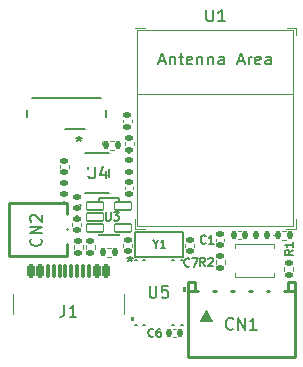
<source format=gto>
G04 #@! TF.GenerationSoftware,KiCad,Pcbnew,8.0.2*
G04 #@! TF.CreationDate,2024-05-27T23:46:40-07:00*
G04 #@! TF.ProjectId,uSlime,75536c69-6d65-42e6-9b69-6361645f7063,rev?*
G04 #@! TF.SameCoordinates,Original*
G04 #@! TF.FileFunction,Legend,Top*
G04 #@! TF.FilePolarity,Positive*
%FSLAX46Y46*%
G04 Gerber Fmt 4.6, Leading zero omitted, Abs format (unit mm)*
G04 Created by KiCad (PCBNEW 8.0.2) date 2024-05-27 23:46:40*
%MOMM*%
%LPD*%
G01*
G04 APERTURE LIST*
G04 Aperture macros list*
%AMRoundRect*
0 Rectangle with rounded corners*
0 $1 Rounding radius*
0 $2 $3 $4 $5 $6 $7 $8 $9 X,Y pos of 4 corners*
0 Add a 4 corners polygon primitive as box body*
4,1,4,$2,$3,$4,$5,$6,$7,$8,$9,$2,$3,0*
0 Add four circle primitives for the rounded corners*
1,1,$1+$1,$2,$3*
1,1,$1+$1,$4,$5*
1,1,$1+$1,$6,$7*
1,1,$1+$1,$8,$9*
0 Add four rect primitives between the rounded corners*
20,1,$1+$1,$2,$3,$4,$5,0*
20,1,$1+$1,$4,$5,$6,$7,0*
20,1,$1+$1,$6,$7,$8,$9,0*
20,1,$1+$1,$8,$9,$2,$3,0*%
%AMFreePoly0*
4,1,6,0.725000,-0.725000,-0.725000,-0.725000,-0.725000,0.125000,-0.125000,0.725000,0.725000,0.725000,0.725000,-0.725000,0.725000,-0.725000,$1*%
G04 Aperture macros list end*
%ADD10C,0.150000*%
%ADD11C,0.100000*%
%ADD12C,0.152000*%
%ADD13C,0.120000*%
%ADD14C,0.254000*%
%ADD15C,0.152400*%
%ADD16C,0.000000*%
%ADD17C,0.127000*%
%ADD18C,0.250000*%
%ADD19C,0.200000*%
%ADD20RoundRect,0.147500X0.172500X-0.147500X0.172500X0.147500X-0.172500X0.147500X-0.172500X-0.147500X0*%
%ADD21R,1.050000X1.700000*%
%ADD22RoundRect,0.140000X0.170000X-0.140000X0.170000X0.140000X-0.170000X0.140000X-0.170000X-0.140000X0*%
%ADD23C,1.200000*%
%ADD24RoundRect,0.135000X0.185000X-0.135000X0.185000X0.135000X-0.185000X0.135000X-0.185000X-0.135000X0*%
%ADD25RoundRect,0.140000X-0.170000X0.140000X-0.170000X-0.140000X0.170000X-0.140000X0.170000X0.140000X0*%
%ADD26RoundRect,0.135000X-0.185000X0.135000X-0.185000X-0.135000X0.185000X-0.135000X0.185000X0.135000X0*%
%ADD27C,0.650000*%
%ADD28RoundRect,0.150000X-0.150000X-0.425000X0.150000X-0.425000X0.150000X0.425000X-0.150000X0.425000X0*%
%ADD29RoundRect,0.075000X-0.075000X-0.500000X0.075000X-0.500000X0.075000X0.500000X-0.075000X0.500000X0*%
%ADD30O,1.000000X2.100000*%
%ADD31O,1.000000X1.800000*%
%ADD32RoundRect,0.135000X-0.135000X-0.185000X0.135000X-0.185000X0.135000X0.185000X-0.135000X0.185000X0*%
%ADD33RoundRect,0.135000X0.135000X0.185000X-0.135000X0.185000X-0.135000X-0.185000X0.135000X-0.185000X0*%
%ADD34R,0.431800X0.304800*%
%ADD35R,0.304800X0.431800*%
%ADD36RoundRect,0.147500X0.147500X0.172500X-0.147500X0.172500X-0.147500X-0.172500X0.147500X-0.172500X0*%
%ADD37RoundRect,0.140000X0.140000X0.170000X-0.140000X0.170000X-0.140000X-0.170000X0.140000X-0.170000X0*%
%ADD38C,3.100000*%
%ADD39R,1.320800X0.508000*%
%ADD40R,0.800000X0.400000*%
%ADD41R,0.400000X0.800000*%
%ADD42FreePoly0,0.000000*%
%ADD43R,1.450000X1.450000*%
%ADD44R,0.700000X0.700000*%
%ADD45C,0.900000*%
%ADD46R,0.700000X1.500000*%
%ADD47R,1.000000X0.800000*%
%ADD48C,0.800000*%
%ADD49R,0.900000X1.700000*%
%ADD50C,1.000000*%
%ADD51RoundRect,0.060300X-0.716700X0.341700X-0.716700X-0.341700X0.716700X-0.341700X0.716700X0.341700X0*%
%ADD52RoundRect,0.147500X-0.172500X0.147500X-0.172500X-0.147500X0.172500X-0.147500X0.172500X0.147500X0*%
G04 APERTURE END LIST*
D10*
X113536184Y-102282700D02*
X113536184Y-102616033D01*
X113302850Y-101916033D02*
X113536184Y-102282700D01*
X113536184Y-102282700D02*
X113769517Y-101916033D01*
X114369517Y-102616033D02*
X113969517Y-102616033D01*
X114169517Y-102616033D02*
X114169517Y-101916033D01*
X114169517Y-101916033D02*
X114102850Y-102016033D01*
X114102850Y-102016033D02*
X114036184Y-102082700D01*
X114036184Y-102082700D02*
X113969517Y-102116033D01*
X117783333Y-102149366D02*
X117750000Y-102182700D01*
X117750000Y-102182700D02*
X117650000Y-102216033D01*
X117650000Y-102216033D02*
X117583333Y-102216033D01*
X117583333Y-102216033D02*
X117483333Y-102182700D01*
X117483333Y-102182700D02*
X117416667Y-102116033D01*
X117416667Y-102116033D02*
X117383333Y-102049366D01*
X117383333Y-102049366D02*
X117350000Y-101916033D01*
X117350000Y-101916033D02*
X117350000Y-101816033D01*
X117350000Y-101816033D02*
X117383333Y-101682700D01*
X117383333Y-101682700D02*
X117416667Y-101616033D01*
X117416667Y-101616033D02*
X117483333Y-101549366D01*
X117483333Y-101549366D02*
X117583333Y-101516033D01*
X117583333Y-101516033D02*
X117650000Y-101516033D01*
X117650000Y-101516033D02*
X117750000Y-101549366D01*
X117750000Y-101549366D02*
X117783333Y-101582700D01*
X118450000Y-102216033D02*
X118050000Y-102216033D01*
X118250000Y-102216033D02*
X118250000Y-101516033D01*
X118250000Y-101516033D02*
X118183333Y-101616033D01*
X118183333Y-101616033D02*
X118116667Y-101682700D01*
X118116667Y-101682700D02*
X118050000Y-101716033D01*
X120108207Y-109409580D02*
X120060588Y-109457200D01*
X120060588Y-109457200D02*
X119917731Y-109504819D01*
X119917731Y-109504819D02*
X119822493Y-109504819D01*
X119822493Y-109504819D02*
X119679636Y-109457200D01*
X119679636Y-109457200D02*
X119584398Y-109361961D01*
X119584398Y-109361961D02*
X119536779Y-109266723D01*
X119536779Y-109266723D02*
X119489160Y-109076247D01*
X119489160Y-109076247D02*
X119489160Y-108933390D01*
X119489160Y-108933390D02*
X119536779Y-108742914D01*
X119536779Y-108742914D02*
X119584398Y-108647676D01*
X119584398Y-108647676D02*
X119679636Y-108552438D01*
X119679636Y-108552438D02*
X119822493Y-108504819D01*
X119822493Y-108504819D02*
X119917731Y-108504819D01*
X119917731Y-108504819D02*
X120060588Y-108552438D01*
X120060588Y-108552438D02*
X120108207Y-108600057D01*
X120536779Y-109504819D02*
X120536779Y-108504819D01*
X120536779Y-108504819D02*
X121108207Y-109504819D01*
X121108207Y-109504819D02*
X121108207Y-108504819D01*
X122108207Y-109504819D02*
X121536779Y-109504819D01*
X121822493Y-109504819D02*
X121822493Y-108504819D01*
X121822493Y-108504819D02*
X121727255Y-108647676D01*
X121727255Y-108647676D02*
X121632017Y-108742914D01*
X121632017Y-108742914D02*
X121536779Y-108790533D01*
X117733333Y-104116033D02*
X117500000Y-103782700D01*
X117333333Y-104116033D02*
X117333333Y-103416033D01*
X117333333Y-103416033D02*
X117600000Y-103416033D01*
X117600000Y-103416033D02*
X117666667Y-103449366D01*
X117666667Y-103449366D02*
X117700000Y-103482700D01*
X117700000Y-103482700D02*
X117733333Y-103549366D01*
X117733333Y-103549366D02*
X117733333Y-103649366D01*
X117733333Y-103649366D02*
X117700000Y-103716033D01*
X117700000Y-103716033D02*
X117666667Y-103749366D01*
X117666667Y-103749366D02*
X117600000Y-103782700D01*
X117600000Y-103782700D02*
X117333333Y-103782700D01*
X118000000Y-103482700D02*
X118033333Y-103449366D01*
X118033333Y-103449366D02*
X118100000Y-103416033D01*
X118100000Y-103416033D02*
X118266667Y-103416033D01*
X118266667Y-103416033D02*
X118333333Y-103449366D01*
X118333333Y-103449366D02*
X118366667Y-103482700D01*
X118366667Y-103482700D02*
X118400000Y-103549366D01*
X118400000Y-103549366D02*
X118400000Y-103616033D01*
X118400000Y-103616033D02*
X118366667Y-103716033D01*
X118366667Y-103716033D02*
X117966667Y-104116033D01*
X117966667Y-104116033D02*
X118400000Y-104116033D01*
X105816666Y-107414819D02*
X105816666Y-108129104D01*
X105816666Y-108129104D02*
X105769047Y-108271961D01*
X105769047Y-108271961D02*
X105673809Y-108367200D01*
X105673809Y-108367200D02*
X105530952Y-108414819D01*
X105530952Y-108414819D02*
X105435714Y-108414819D01*
X106816666Y-108414819D02*
X106245238Y-108414819D01*
X106530952Y-108414819D02*
X106530952Y-107414819D01*
X106530952Y-107414819D02*
X106435714Y-107557676D01*
X106435714Y-107557676D02*
X106340476Y-107652914D01*
X106340476Y-107652914D02*
X106245238Y-107700533D01*
X113038095Y-105804819D02*
X113038095Y-106614342D01*
X113038095Y-106614342D02*
X113085714Y-106709580D01*
X113085714Y-106709580D02*
X113133333Y-106757200D01*
X113133333Y-106757200D02*
X113228571Y-106804819D01*
X113228571Y-106804819D02*
X113419047Y-106804819D01*
X113419047Y-106804819D02*
X113514285Y-106757200D01*
X113514285Y-106757200D02*
X113561904Y-106709580D01*
X113561904Y-106709580D02*
X113609523Y-106614342D01*
X113609523Y-106614342D02*
X113609523Y-105804819D01*
X114561904Y-105804819D02*
X114085714Y-105804819D01*
X114085714Y-105804819D02*
X114038095Y-106281009D01*
X114038095Y-106281009D02*
X114085714Y-106233390D01*
X114085714Y-106233390D02*
X114180952Y-106185771D01*
X114180952Y-106185771D02*
X114419047Y-106185771D01*
X114419047Y-106185771D02*
X114514285Y-106233390D01*
X114514285Y-106233390D02*
X114561904Y-106281009D01*
X114561904Y-106281009D02*
X114609523Y-106376247D01*
X114609523Y-106376247D02*
X114609523Y-106614342D01*
X114609523Y-106614342D02*
X114561904Y-106709580D01*
X114561904Y-106709580D02*
X114514285Y-106757200D01*
X114514285Y-106757200D02*
X114419047Y-106804819D01*
X114419047Y-106804819D02*
X114180952Y-106804819D01*
X114180952Y-106804819D02*
X114085714Y-106757200D01*
X114085714Y-106757200D02*
X114038095Y-106709580D01*
X111361600Y-103304819D02*
X111361600Y-103542914D01*
X111123505Y-103447676D02*
X111361600Y-103542914D01*
X111361600Y-103542914D02*
X111599695Y-103447676D01*
X111218743Y-103733390D02*
X111361600Y-103542914D01*
X111361600Y-103542914D02*
X111504457Y-103733390D01*
X111361600Y-103304819D02*
X111361600Y-103542914D01*
X111123505Y-103447676D02*
X111361600Y-103542914D01*
X111361600Y-103542914D02*
X111599695Y-103447676D01*
X111218743Y-103733390D02*
X111361600Y-103542914D01*
X111361600Y-103542914D02*
X111504457Y-103733390D01*
X113333333Y-110049366D02*
X113300000Y-110082700D01*
X113300000Y-110082700D02*
X113200000Y-110116033D01*
X113200000Y-110116033D02*
X113133333Y-110116033D01*
X113133333Y-110116033D02*
X113033333Y-110082700D01*
X113033333Y-110082700D02*
X112966667Y-110016033D01*
X112966667Y-110016033D02*
X112933333Y-109949366D01*
X112933333Y-109949366D02*
X112900000Y-109816033D01*
X112900000Y-109816033D02*
X112900000Y-109716033D01*
X112900000Y-109716033D02*
X112933333Y-109582700D01*
X112933333Y-109582700D02*
X112966667Y-109516033D01*
X112966667Y-109516033D02*
X113033333Y-109449366D01*
X113033333Y-109449366D02*
X113133333Y-109416033D01*
X113133333Y-109416033D02*
X113200000Y-109416033D01*
X113200000Y-109416033D02*
X113300000Y-109449366D01*
X113300000Y-109449366D02*
X113333333Y-109482700D01*
X113933333Y-109416033D02*
X113800000Y-109416033D01*
X113800000Y-109416033D02*
X113733333Y-109449366D01*
X113733333Y-109449366D02*
X113700000Y-109482700D01*
X113700000Y-109482700D02*
X113633333Y-109582700D01*
X113633333Y-109582700D02*
X113600000Y-109716033D01*
X113600000Y-109716033D02*
X113600000Y-109982700D01*
X113600000Y-109982700D02*
X113633333Y-110049366D01*
X113633333Y-110049366D02*
X113666667Y-110082700D01*
X113666667Y-110082700D02*
X113733333Y-110116033D01*
X113733333Y-110116033D02*
X113866667Y-110116033D01*
X113866667Y-110116033D02*
X113933333Y-110082700D01*
X113933333Y-110082700D02*
X113966667Y-110049366D01*
X113966667Y-110049366D02*
X114000000Y-109982700D01*
X114000000Y-109982700D02*
X114000000Y-109816033D01*
X114000000Y-109816033D02*
X113966667Y-109749366D01*
X113966667Y-109749366D02*
X113933333Y-109716033D01*
X113933333Y-109716033D02*
X113866667Y-109682700D01*
X113866667Y-109682700D02*
X113733333Y-109682700D01*
X113733333Y-109682700D02*
X113666667Y-109716033D01*
X113666667Y-109716033D02*
X113633333Y-109749366D01*
X113633333Y-109749366D02*
X113600000Y-109816033D01*
X125166033Y-102766666D02*
X124832700Y-102999999D01*
X125166033Y-103166666D02*
X124466033Y-103166666D01*
X124466033Y-103166666D02*
X124466033Y-102899999D01*
X124466033Y-102899999D02*
X124499366Y-102833333D01*
X124499366Y-102833333D02*
X124532700Y-102799999D01*
X124532700Y-102799999D02*
X124599366Y-102766666D01*
X124599366Y-102766666D02*
X124699366Y-102766666D01*
X124699366Y-102766666D02*
X124766033Y-102799999D01*
X124766033Y-102799999D02*
X124799366Y-102833333D01*
X124799366Y-102833333D02*
X124832700Y-102899999D01*
X124832700Y-102899999D02*
X124832700Y-103166666D01*
X125166033Y-102099999D02*
X125166033Y-102499999D01*
X125166033Y-102299999D02*
X124466033Y-102299999D01*
X124466033Y-102299999D02*
X124566033Y-102366666D01*
X124566033Y-102366666D02*
X124632700Y-102433333D01*
X124632700Y-102433333D02*
X124666033Y-102499999D01*
X107838095Y-95704819D02*
X107838095Y-96514342D01*
X107838095Y-96514342D02*
X107885714Y-96609580D01*
X107885714Y-96609580D02*
X107933333Y-96657200D01*
X107933333Y-96657200D02*
X108028571Y-96704819D01*
X108028571Y-96704819D02*
X108219047Y-96704819D01*
X108219047Y-96704819D02*
X108314285Y-96657200D01*
X108314285Y-96657200D02*
X108361904Y-96609580D01*
X108361904Y-96609580D02*
X108409523Y-96514342D01*
X108409523Y-96514342D02*
X108409523Y-95704819D01*
X109314285Y-96038152D02*
X109314285Y-96704819D01*
X109076190Y-95657200D02*
X108838095Y-96371485D01*
X108838095Y-96371485D02*
X109457142Y-96371485D01*
X107050600Y-93103819D02*
X107050600Y-93341914D01*
X106812505Y-93246676D02*
X107050600Y-93341914D01*
X107050600Y-93341914D02*
X107288695Y-93246676D01*
X106907743Y-93532390D02*
X107050600Y-93341914D01*
X107050600Y-93341914D02*
X107193457Y-93532390D01*
X107050600Y-93103819D02*
X107050600Y-93341914D01*
X106812505Y-93246676D02*
X107050600Y-93341914D01*
X107050600Y-93341914D02*
X107288695Y-93246676D01*
X106907743Y-93532390D02*
X107050600Y-93341914D01*
X107050600Y-93341914D02*
X107193457Y-93532390D01*
X117838095Y-82404819D02*
X117838095Y-83214342D01*
X117838095Y-83214342D02*
X117885714Y-83309580D01*
X117885714Y-83309580D02*
X117933333Y-83357200D01*
X117933333Y-83357200D02*
X118028571Y-83404819D01*
X118028571Y-83404819D02*
X118219047Y-83404819D01*
X118219047Y-83404819D02*
X118314285Y-83357200D01*
X118314285Y-83357200D02*
X118361904Y-83309580D01*
X118361904Y-83309580D02*
X118409523Y-83214342D01*
X118409523Y-83214342D02*
X118409523Y-82404819D01*
X119409523Y-83404819D02*
X118838095Y-83404819D01*
X119123809Y-83404819D02*
X119123809Y-82404819D01*
X119123809Y-82404819D02*
X119028571Y-82547676D01*
X119028571Y-82547676D02*
X118933333Y-82642914D01*
X118933333Y-82642914D02*
X118838095Y-82690533D01*
X113838094Y-86769104D02*
X114314284Y-86769104D01*
X113742856Y-87054819D02*
X114076189Y-86054819D01*
X114076189Y-86054819D02*
X114409522Y-87054819D01*
X114742856Y-86388152D02*
X114742856Y-87054819D01*
X114742856Y-86483390D02*
X114790475Y-86435771D01*
X114790475Y-86435771D02*
X114885713Y-86388152D01*
X114885713Y-86388152D02*
X115028570Y-86388152D01*
X115028570Y-86388152D02*
X115123808Y-86435771D01*
X115123808Y-86435771D02*
X115171427Y-86531009D01*
X115171427Y-86531009D02*
X115171427Y-87054819D01*
X115504761Y-86388152D02*
X115885713Y-86388152D01*
X115647618Y-86054819D02*
X115647618Y-86911961D01*
X115647618Y-86911961D02*
X115695237Y-87007200D01*
X115695237Y-87007200D02*
X115790475Y-87054819D01*
X115790475Y-87054819D02*
X115885713Y-87054819D01*
X116599999Y-87007200D02*
X116504761Y-87054819D01*
X116504761Y-87054819D02*
X116314285Y-87054819D01*
X116314285Y-87054819D02*
X116219047Y-87007200D01*
X116219047Y-87007200D02*
X116171428Y-86911961D01*
X116171428Y-86911961D02*
X116171428Y-86531009D01*
X116171428Y-86531009D02*
X116219047Y-86435771D01*
X116219047Y-86435771D02*
X116314285Y-86388152D01*
X116314285Y-86388152D02*
X116504761Y-86388152D01*
X116504761Y-86388152D02*
X116599999Y-86435771D01*
X116599999Y-86435771D02*
X116647618Y-86531009D01*
X116647618Y-86531009D02*
X116647618Y-86626247D01*
X116647618Y-86626247D02*
X116171428Y-86721485D01*
X117076190Y-86388152D02*
X117076190Y-87054819D01*
X117076190Y-86483390D02*
X117123809Y-86435771D01*
X117123809Y-86435771D02*
X117219047Y-86388152D01*
X117219047Y-86388152D02*
X117361904Y-86388152D01*
X117361904Y-86388152D02*
X117457142Y-86435771D01*
X117457142Y-86435771D02*
X117504761Y-86531009D01*
X117504761Y-86531009D02*
X117504761Y-87054819D01*
X117980952Y-86388152D02*
X117980952Y-87054819D01*
X117980952Y-86483390D02*
X118028571Y-86435771D01*
X118028571Y-86435771D02*
X118123809Y-86388152D01*
X118123809Y-86388152D02*
X118266666Y-86388152D01*
X118266666Y-86388152D02*
X118361904Y-86435771D01*
X118361904Y-86435771D02*
X118409523Y-86531009D01*
X118409523Y-86531009D02*
X118409523Y-87054819D01*
X119314285Y-87054819D02*
X119314285Y-86531009D01*
X119314285Y-86531009D02*
X119266666Y-86435771D01*
X119266666Y-86435771D02*
X119171428Y-86388152D01*
X119171428Y-86388152D02*
X118980952Y-86388152D01*
X118980952Y-86388152D02*
X118885714Y-86435771D01*
X119314285Y-87007200D02*
X119219047Y-87054819D01*
X119219047Y-87054819D02*
X118980952Y-87054819D01*
X118980952Y-87054819D02*
X118885714Y-87007200D01*
X118885714Y-87007200D02*
X118838095Y-86911961D01*
X118838095Y-86911961D02*
X118838095Y-86816723D01*
X118838095Y-86816723D02*
X118885714Y-86721485D01*
X118885714Y-86721485D02*
X118980952Y-86673866D01*
X118980952Y-86673866D02*
X119219047Y-86673866D01*
X119219047Y-86673866D02*
X119314285Y-86626247D01*
X120504762Y-86769104D02*
X120980952Y-86769104D01*
X120409524Y-87054819D02*
X120742857Y-86054819D01*
X120742857Y-86054819D02*
X121076190Y-87054819D01*
X121409524Y-87054819D02*
X121409524Y-86388152D01*
X121409524Y-86578628D02*
X121457143Y-86483390D01*
X121457143Y-86483390D02*
X121504762Y-86435771D01*
X121504762Y-86435771D02*
X121600000Y-86388152D01*
X121600000Y-86388152D02*
X121695238Y-86388152D01*
X122409524Y-87007200D02*
X122314286Y-87054819D01*
X122314286Y-87054819D02*
X122123810Y-87054819D01*
X122123810Y-87054819D02*
X122028572Y-87007200D01*
X122028572Y-87007200D02*
X121980953Y-86911961D01*
X121980953Y-86911961D02*
X121980953Y-86531009D01*
X121980953Y-86531009D02*
X122028572Y-86435771D01*
X122028572Y-86435771D02*
X122123810Y-86388152D01*
X122123810Y-86388152D02*
X122314286Y-86388152D01*
X122314286Y-86388152D02*
X122409524Y-86435771D01*
X122409524Y-86435771D02*
X122457143Y-86531009D01*
X122457143Y-86531009D02*
X122457143Y-86626247D01*
X122457143Y-86626247D02*
X121980953Y-86721485D01*
X123314286Y-87054819D02*
X123314286Y-86531009D01*
X123314286Y-86531009D02*
X123266667Y-86435771D01*
X123266667Y-86435771D02*
X123171429Y-86388152D01*
X123171429Y-86388152D02*
X122980953Y-86388152D01*
X122980953Y-86388152D02*
X122885715Y-86435771D01*
X123314286Y-87007200D02*
X123219048Y-87054819D01*
X123219048Y-87054819D02*
X122980953Y-87054819D01*
X122980953Y-87054819D02*
X122885715Y-87007200D01*
X122885715Y-87007200D02*
X122838096Y-86911961D01*
X122838096Y-86911961D02*
X122838096Y-86816723D01*
X122838096Y-86816723D02*
X122885715Y-86721485D01*
X122885715Y-86721485D02*
X122980953Y-86673866D01*
X122980953Y-86673866D02*
X123219048Y-86673866D01*
X123219048Y-86673866D02*
X123314286Y-86626247D01*
X103809580Y-101789160D02*
X103857200Y-101836779D01*
X103857200Y-101836779D02*
X103904819Y-101979636D01*
X103904819Y-101979636D02*
X103904819Y-102074874D01*
X103904819Y-102074874D02*
X103857200Y-102217731D01*
X103857200Y-102217731D02*
X103761961Y-102312969D01*
X103761961Y-102312969D02*
X103666723Y-102360588D01*
X103666723Y-102360588D02*
X103476247Y-102408207D01*
X103476247Y-102408207D02*
X103333390Y-102408207D01*
X103333390Y-102408207D02*
X103142914Y-102360588D01*
X103142914Y-102360588D02*
X103047676Y-102312969D01*
X103047676Y-102312969D02*
X102952438Y-102217731D01*
X102952438Y-102217731D02*
X102904819Y-102074874D01*
X102904819Y-102074874D02*
X102904819Y-101979636D01*
X102904819Y-101979636D02*
X102952438Y-101836779D01*
X102952438Y-101836779D02*
X103000057Y-101789160D01*
X103904819Y-101360588D02*
X102904819Y-101360588D01*
X102904819Y-101360588D02*
X103904819Y-100789160D01*
X103904819Y-100789160D02*
X102904819Y-100789160D01*
X103000057Y-100360588D02*
X102952438Y-100312969D01*
X102952438Y-100312969D02*
X102904819Y-100217731D01*
X102904819Y-100217731D02*
X102904819Y-99979636D01*
X102904819Y-99979636D02*
X102952438Y-99884398D01*
X102952438Y-99884398D02*
X103000057Y-99836779D01*
X103000057Y-99836779D02*
X103095295Y-99789160D01*
X103095295Y-99789160D02*
X103190533Y-99789160D01*
X103190533Y-99789160D02*
X103333390Y-99836779D01*
X103333390Y-99836779D02*
X103904819Y-100408207D01*
X103904819Y-100408207D02*
X103904819Y-99789160D01*
X109316666Y-99566033D02*
X109316666Y-100132700D01*
X109316666Y-100132700D02*
X109350000Y-100199366D01*
X109350000Y-100199366D02*
X109383333Y-100232700D01*
X109383333Y-100232700D02*
X109450000Y-100266033D01*
X109450000Y-100266033D02*
X109583333Y-100266033D01*
X109583333Y-100266033D02*
X109650000Y-100232700D01*
X109650000Y-100232700D02*
X109683333Y-100199366D01*
X109683333Y-100199366D02*
X109716666Y-100132700D01*
X109716666Y-100132700D02*
X109716666Y-99566033D01*
X109983333Y-99566033D02*
X110416666Y-99566033D01*
X110416666Y-99566033D02*
X110183333Y-99832700D01*
X110183333Y-99832700D02*
X110283333Y-99832700D01*
X110283333Y-99832700D02*
X110349999Y-99866033D01*
X110349999Y-99866033D02*
X110383333Y-99899366D01*
X110383333Y-99899366D02*
X110416666Y-99966033D01*
X110416666Y-99966033D02*
X110416666Y-100132700D01*
X110416666Y-100132700D02*
X110383333Y-100199366D01*
X110383333Y-100199366D02*
X110349999Y-100232700D01*
X110349999Y-100232700D02*
X110283333Y-100266033D01*
X110283333Y-100266033D02*
X110083333Y-100266033D01*
X110083333Y-100266033D02*
X110016666Y-100232700D01*
X110016666Y-100232700D02*
X109983333Y-100199366D01*
X116383333Y-104099366D02*
X116350000Y-104132700D01*
X116350000Y-104132700D02*
X116250000Y-104166033D01*
X116250000Y-104166033D02*
X116183333Y-104166033D01*
X116183333Y-104166033D02*
X116083333Y-104132700D01*
X116083333Y-104132700D02*
X116016667Y-104066033D01*
X116016667Y-104066033D02*
X115983333Y-103999366D01*
X115983333Y-103999366D02*
X115950000Y-103866033D01*
X115950000Y-103866033D02*
X115950000Y-103766033D01*
X115950000Y-103766033D02*
X115983333Y-103632700D01*
X115983333Y-103632700D02*
X116016667Y-103566033D01*
X116016667Y-103566033D02*
X116083333Y-103499366D01*
X116083333Y-103499366D02*
X116183333Y-103466033D01*
X116183333Y-103466033D02*
X116250000Y-103466033D01*
X116250000Y-103466033D02*
X116350000Y-103499366D01*
X116350000Y-103499366D02*
X116383333Y-103532700D01*
X116616667Y-103466033D02*
X117083333Y-103466033D01*
X117083333Y-103466033D02*
X116783333Y-104166033D01*
D11*
X106900000Y-99840000D02*
G75*
G02*
X106800000Y-99840000I-50000J0D01*
G01*
X106800000Y-99840000D02*
G75*
G02*
X106900000Y-99840000I50000J0D01*
G01*
D12*
X111771000Y-101221000D02*
X115829000Y-101221000D01*
X111771000Y-103379000D02*
X111771000Y-101221000D01*
X115829000Y-101221000D02*
X115829000Y-103379000D01*
X115829000Y-103379000D02*
X111771000Y-103379000D01*
D13*
X118640000Y-102007836D02*
X118640000Y-101792164D01*
X119360000Y-102007836D02*
X119360000Y-101792164D01*
D14*
X116295000Y-105500000D02*
X116845000Y-105500000D01*
X116295000Y-106259000D02*
X117165000Y-106259000D01*
X116295000Y-111800000D02*
X116295000Y-105500000D01*
X116295000Y-111800000D02*
X125295000Y-111800000D01*
X116845000Y-105500000D02*
X116845000Y-106259000D01*
X118425000Y-106259000D02*
X118665000Y-106259000D01*
X119925000Y-106259000D02*
X120165000Y-106259000D01*
X121425000Y-106259000D02*
X121665000Y-106259000D01*
X122925000Y-106259000D02*
X123165000Y-106259000D01*
X124435000Y-106260000D02*
X125304000Y-106260000D01*
X124755000Y-105500000D02*
X124755000Y-106259000D01*
X125295000Y-105500000D02*
X125295000Y-111800000D01*
X125305000Y-105500000D02*
X124755000Y-105500000D01*
D13*
X118295000Y-108800000D02*
X117295000Y-108800000D01*
X117795000Y-107800000D01*
X118295000Y-108800000D01*
G36*
X118295000Y-108800000D02*
G01*
X117295000Y-108800000D01*
X117795000Y-107800000D01*
X118295000Y-108800000D01*
G37*
X110920000Y-93903641D02*
X110920000Y-93596359D01*
X111680000Y-93903641D02*
X111680000Y-93596359D01*
X105440000Y-95592164D02*
X105440000Y-95807836D01*
X106160000Y-95592164D02*
X106160000Y-95807836D01*
X110790000Y-91957836D02*
X110790000Y-91742164D01*
X111510000Y-91957836D02*
X111510000Y-91742164D01*
X110802500Y-102487836D02*
X110802500Y-102272164D01*
X111522500Y-102487836D02*
X111522500Y-102272164D01*
X118620000Y-103646359D02*
X118620000Y-103953641D01*
X119380000Y-103646359D02*
X119380000Y-103953641D01*
X106490000Y-100492164D02*
X106490000Y-100707836D01*
X107210000Y-100492164D02*
X107210000Y-100707836D01*
X101480000Y-108150000D02*
X101480000Y-106450000D01*
X110820000Y-108150000D02*
X110820000Y-106450000D01*
X107620000Y-102346359D02*
X107620000Y-102653641D01*
X108380000Y-102346359D02*
X108380000Y-102653641D01*
D11*
X105850000Y-98640000D02*
G75*
G02*
X105750000Y-98640000I-50000J0D01*
G01*
X105750000Y-98640000D02*
G75*
G02*
X105850000Y-98640000I50000J0D01*
G01*
D13*
X110940000Y-97607836D02*
X110940000Y-97392164D01*
X111660000Y-97607836D02*
X111660000Y-97392164D01*
X109446359Y-102570000D02*
X109753641Y-102570000D01*
X109446359Y-103330000D02*
X109753641Y-103330000D01*
X110003641Y-93520000D02*
X109696359Y-93520000D01*
X110003641Y-94280000D02*
X109696359Y-94280000D01*
D15*
X111768000Y-109080500D02*
X111941222Y-109080500D01*
X111941222Y-103619500D02*
X111768000Y-103619500D01*
X112483778Y-109080500D02*
X112655818Y-109080500D01*
X112655818Y-103619500D02*
X112483778Y-103619500D01*
X114944182Y-109080500D02*
X115116222Y-109080500D01*
X115116222Y-103619500D02*
X114944182Y-103619500D01*
X115658778Y-109080500D02*
X115832000Y-109080500D01*
X115832000Y-103619500D02*
X115658778Y-103619500D01*
D16*
G36*
X111742600Y-108790501D02*
G01*
X111488600Y-108790501D01*
X111488600Y-108409501D01*
X111742600Y-108409501D01*
X111742600Y-108790501D01*
G37*
G36*
X116111400Y-106290501D02*
G01*
X115857400Y-106290501D01*
X115857400Y-105909500D01*
X116111400Y-105909500D01*
X116111400Y-106290501D01*
G37*
D11*
X123622500Y-101500000D02*
G75*
G02*
X123522500Y-101500000I-50000J0D01*
G01*
X123522500Y-101500000D02*
G75*
G02*
X123622500Y-101500000I50000J0D01*
G01*
D13*
X115257836Y-109440000D02*
X115042164Y-109440000D01*
X115257836Y-110160000D02*
X115042164Y-110160000D01*
X124536141Y-101120000D02*
X124228859Y-101120000D01*
X124536141Y-101880000D02*
X124228859Y-101880000D01*
X124420000Y-104196359D02*
X124420000Y-104503641D01*
X125180000Y-104196359D02*
X125180000Y-104503641D01*
X120725336Y-101140000D02*
X120509664Y-101140000D01*
X120725336Y-101860000D02*
X120509664Y-101860000D01*
X106620000Y-102346359D02*
X106620000Y-102653641D01*
X107380000Y-102346359D02*
X107380000Y-102653641D01*
D15*
X107571300Y-97926400D02*
X109628700Y-97926400D01*
X109628700Y-94573600D02*
X107571300Y-94573600D01*
X109628700Y-96613261D02*
X109628700Y-95886739D01*
D13*
X111800000Y-100150000D02*
X111800000Y-100950000D01*
X111800000Y-100950000D02*
X112600000Y-100950000D01*
X112000000Y-84150000D02*
X125200000Y-84150000D01*
X112000000Y-89550000D02*
X125200000Y-89550000D01*
X112000000Y-100750000D02*
X112000000Y-84150000D01*
X112675000Y-83950000D02*
X111825000Y-83950000D01*
X124650000Y-83950000D02*
X125400000Y-83950000D01*
X125200000Y-84150000D02*
X125200000Y-100750000D01*
X125200000Y-100750000D02*
X112000000Y-100750000D01*
X125400000Y-83950000D02*
X125400000Y-84550000D01*
X125400000Y-100150000D02*
X125400000Y-100950000D01*
X125400000Y-100950000D02*
X124600000Y-100950000D01*
D17*
X102625000Y-91525000D02*
X102625000Y-90925000D01*
X107575000Y-92525000D02*
X105875000Y-92525000D01*
X108875000Y-89925000D02*
X103075000Y-89925000D01*
X109325000Y-90925000D02*
X109325000Y-91525000D01*
D18*
X109275000Y-93725000D02*
G75*
G02*
X109075000Y-93725000I-100000J0D01*
G01*
X109075000Y-93725000D02*
G75*
G02*
X109275000Y-93725000I100000J0D01*
G01*
D13*
X120250000Y-102250000D02*
X120250000Y-102550000D01*
X120250000Y-105050000D02*
X120250000Y-104750000D01*
X123550000Y-102250000D02*
X120250000Y-102250000D01*
X123550000Y-102550000D02*
X123550000Y-102250000D01*
X123550000Y-104750000D02*
X123550000Y-105050000D01*
X123550000Y-105050000D02*
X120250000Y-105050000D01*
D14*
X101100000Y-98750000D02*
X101100000Y-103250000D01*
X101100000Y-103250000D02*
X106000000Y-103250000D01*
X106000000Y-98750000D02*
X101100000Y-98750000D01*
X106000000Y-98750000D02*
X106000000Y-99751000D01*
X106000000Y-100999000D02*
X106000000Y-101001000D01*
X106000000Y-102249000D02*
X106000000Y-103250000D01*
D17*
X108750000Y-98400000D02*
X108750000Y-98500000D01*
X108750000Y-101500000D02*
X108750000Y-101400000D01*
X110450000Y-98400000D02*
X108750000Y-98400000D01*
X110450000Y-98400000D02*
X110450000Y-98500000D01*
X110450000Y-101500000D02*
X108750000Y-101500000D01*
X110450000Y-101500000D02*
X110450000Y-101400000D01*
D19*
X107231000Y-99000000D02*
G75*
G02*
X107031000Y-99000000I-100000J0D01*
G01*
X107031000Y-99000000D02*
G75*
G02*
X107231000Y-99000000I100000J0D01*
G01*
D11*
X111350000Y-94560000D02*
G75*
G02*
X111250000Y-94560000I-50000J0D01*
G01*
X111250000Y-94560000D02*
G75*
G02*
X111350000Y-94560000I50000J0D01*
G01*
D13*
X116065000Y-102507836D02*
X116065000Y-102292164D01*
X116785000Y-102507836D02*
X116785000Y-102292164D01*
%LPC*%
D20*
X106850000Y-99235000D03*
X106850000Y-98265000D03*
D21*
X112525000Y-102300000D03*
X115075000Y-102300000D03*
D22*
X119000000Y-102380000D03*
X119000000Y-101420000D03*
D23*
X117795000Y-106800000D03*
X119295000Y-106800000D03*
X120795000Y-106800000D03*
X122295000Y-106800000D03*
X123795000Y-106800000D03*
D24*
X111300000Y-94260000D03*
X111300000Y-93240000D03*
D25*
X105800000Y-95220000D03*
X105800000Y-96180000D03*
D22*
X111150000Y-92330000D03*
X111150000Y-91370000D03*
X111162500Y-102860000D03*
X111162500Y-101900000D03*
D26*
X119000000Y-103290000D03*
X119000000Y-104310000D03*
D25*
X106850000Y-100120000D03*
X106850000Y-101080000D03*
D27*
X103260000Y-105645000D03*
X109040000Y-105645000D03*
D28*
X102950000Y-104570000D03*
X103750000Y-104570000D03*
D29*
X104900000Y-104570000D03*
X105900000Y-104570000D03*
X106400000Y-104570000D03*
X107400000Y-104570000D03*
D28*
X108550000Y-104570000D03*
X109350000Y-104570000D03*
X109350000Y-104570000D03*
X108550000Y-104570000D03*
D29*
X107900000Y-104570000D03*
X106900000Y-104570000D03*
X105400000Y-104570000D03*
X104400000Y-104570000D03*
D28*
X103750000Y-104570000D03*
X102950000Y-104570000D03*
D30*
X101830000Y-105145000D03*
D31*
X101830000Y-109325000D03*
D30*
X110470000Y-105145000D03*
D31*
X110470000Y-109325000D03*
D26*
X108000000Y-101990000D03*
X108000000Y-103010000D03*
D20*
X105800000Y-98035000D03*
X105800000Y-97065000D03*
D22*
X111300000Y-97980000D03*
X111300000Y-97020000D03*
D32*
X109090000Y-102950000D03*
X110110000Y-102950000D03*
D33*
X110360000Y-93900000D03*
X109340000Y-93900000D03*
D34*
X112212500Y-104099999D03*
X112212500Y-104600001D03*
X112212500Y-105100000D03*
X112212500Y-105599999D03*
X112212500Y-106100000D03*
X112212500Y-106600000D03*
X112212500Y-107100001D03*
X112212500Y-107600000D03*
X112212500Y-108099999D03*
X112212500Y-108600001D03*
D35*
X113049999Y-108636000D03*
X113550000Y-108636000D03*
X114050000Y-108636000D03*
X114550001Y-108636000D03*
D34*
X115387500Y-108600001D03*
X115387500Y-108099999D03*
X115387500Y-107600000D03*
X115387500Y-107100001D03*
X115387500Y-106600000D03*
X115387500Y-106100000D03*
X115387500Y-105599999D03*
X115387500Y-105100000D03*
X115387500Y-104600001D03*
X115387500Y-104099999D03*
D35*
X114550001Y-104064000D03*
X114050000Y-104064000D03*
X113550000Y-104064000D03*
X113049999Y-104064000D03*
D36*
X122967500Y-101500000D03*
X121997500Y-101500000D03*
D37*
X115630000Y-109800000D03*
X114670000Y-109800000D03*
D33*
X124892500Y-101500000D03*
X123872500Y-101500000D03*
D26*
X124800000Y-103840000D03*
X124800000Y-104860000D03*
D37*
X121097500Y-101500000D03*
X120137500Y-101500000D03*
D26*
X107000000Y-101990000D03*
X107000000Y-103010000D03*
D38*
X102900000Y-96300000D03*
D39*
X107304600Y-95299999D03*
X107304600Y-96250000D03*
X107304600Y-97200001D03*
X109895400Y-97200001D03*
X109895400Y-95299999D03*
D40*
X112700000Y-91150000D03*
X112700000Y-91950000D03*
X112700000Y-92750000D03*
X112700000Y-93550000D03*
X112700000Y-94350000D03*
X112700000Y-95150000D03*
X112700000Y-95950000D03*
X112700000Y-96750000D03*
X112700000Y-97550000D03*
X112700000Y-98350000D03*
X112700000Y-99150000D03*
D41*
X113800000Y-100050000D03*
X114600000Y-100050000D03*
X115400000Y-100050000D03*
X116200000Y-100050000D03*
X117000000Y-100050000D03*
X117800000Y-100050000D03*
X118600000Y-100050000D03*
X119400000Y-100050000D03*
X120200000Y-100050000D03*
X121000000Y-100050000D03*
X121800000Y-100050000D03*
X122600000Y-100050000D03*
X123400000Y-100050000D03*
D40*
X124500000Y-99150000D03*
X124500000Y-98350000D03*
X124500000Y-97550000D03*
X124500000Y-96750000D03*
X124500000Y-95950000D03*
X124500000Y-95150000D03*
X124500000Y-94350000D03*
X124500000Y-93550000D03*
X124500000Y-92750000D03*
X124500000Y-91950000D03*
X124500000Y-91150000D03*
D41*
X123400000Y-90250000D03*
X122600000Y-90250000D03*
X121800000Y-90250000D03*
X121000000Y-90250000D03*
X120200000Y-90250000D03*
X119400000Y-90250000D03*
X118600000Y-90250000D03*
X117800000Y-90250000D03*
X117000000Y-90250000D03*
X116200000Y-90250000D03*
X115400000Y-90250000D03*
X114600000Y-90250000D03*
X113800000Y-90250000D03*
D42*
X116625000Y-93175000D03*
D43*
X116625000Y-95150000D03*
X116625000Y-97125000D03*
X118600000Y-93175000D03*
X118600000Y-95150000D03*
X118600000Y-97125000D03*
X120575000Y-93175000D03*
X120575000Y-95150000D03*
X120575000Y-97125000D03*
D44*
X124550000Y-90200000D03*
X124550000Y-100100000D03*
X112650000Y-100100000D03*
X112650000Y-90200000D03*
D45*
X107475000Y-91225000D03*
X104475000Y-91225000D03*
D46*
X105225000Y-92975000D03*
D47*
X109625000Y-92190000D03*
X109625000Y-90260000D03*
X102325000Y-92190000D03*
X102325000Y-90260000D03*
D46*
X103725000Y-92975000D03*
X108225000Y-92975000D03*
D48*
X121900000Y-103650000D03*
D49*
X123600000Y-103650000D03*
X120200000Y-103650000D03*
D50*
X105619000Y-100375000D03*
X105619000Y-101625000D03*
D51*
X108415000Y-99000000D03*
X108415000Y-99950000D03*
X108415000Y-100900000D03*
X110785000Y-100900000D03*
X110785000Y-99000000D03*
D52*
X111300000Y-95165000D03*
X111300000Y-96135000D03*
D22*
X116425000Y-102880000D03*
X116425000Y-101920000D03*
%LPD*%
M02*

</source>
